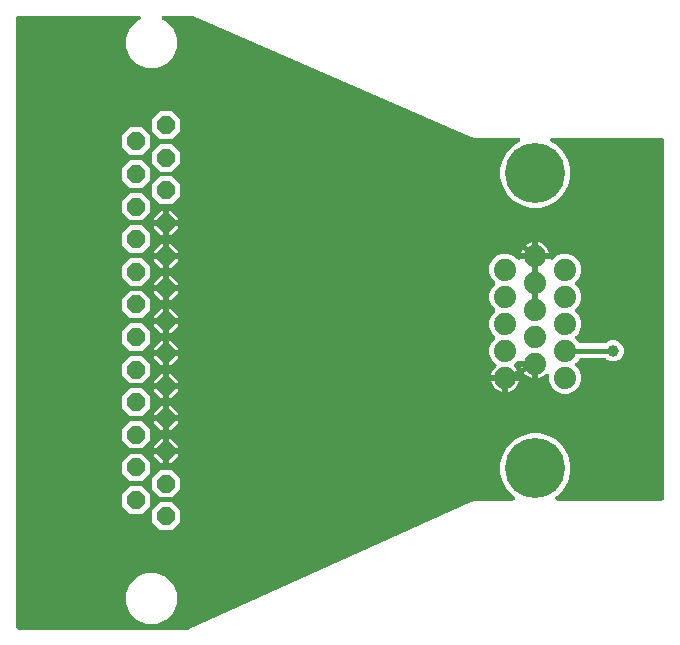
<source format=gbr>
G04 EAGLE Gerber RS-274X export*
G75*
%MOMM*%
%FSLAX34Y34*%
%LPD*%
%INBottom Copper*%
%IPPOS*%
%AMOC8*
5,1,8,0,0,1.08239X$1,22.5*%
G01*
%ADD10P,1.649562X8X112.500000*%
%ADD11C,1.879600*%
%ADD12C,5.080000*%
%ADD13C,1.006400*%
%ADD14C,0.406400*%

G36*
X150929Y474987D02*
X150929Y474987D01*
X150993Y474985D01*
X151129Y475007D01*
X151266Y475021D01*
X151327Y475039D01*
X151391Y475050D01*
X151570Y475114D01*
X151651Y475139D01*
X151673Y475151D01*
X151703Y475161D01*
X390422Y583213D01*
X390425Y583214D01*
X390591Y583311D01*
X390720Y583385D01*
X391650Y583770D01*
X391675Y583784D01*
X391710Y583796D01*
X392604Y584201D01*
X393585Y584201D01*
X393614Y584204D01*
X393651Y584202D01*
X394642Y584234D01*
X394665Y584228D01*
X394667Y584228D01*
X394668Y584227D01*
X394681Y584226D01*
X394995Y584201D01*
X425447Y584201D01*
X425520Y584208D01*
X425593Y584206D01*
X425720Y584228D01*
X425847Y584241D01*
X425917Y584262D01*
X425990Y584275D01*
X426110Y584321D01*
X426232Y584359D01*
X426297Y584394D01*
X426365Y584420D01*
X426474Y584489D01*
X426586Y584551D01*
X426643Y584597D01*
X426705Y584637D01*
X426797Y584726D01*
X426896Y584808D01*
X426941Y584865D01*
X426994Y584916D01*
X427068Y585022D01*
X427148Y585122D01*
X427182Y585187D01*
X427223Y585247D01*
X427274Y585366D01*
X427333Y585479D01*
X427354Y585550D01*
X427383Y585617D01*
X427409Y585743D01*
X427445Y585866D01*
X427451Y585939D01*
X427466Y586011D01*
X427467Y586140D01*
X427478Y586268D01*
X427469Y586340D01*
X427470Y586414D01*
X427446Y586540D01*
X427431Y586667D01*
X427408Y586737D01*
X427394Y586809D01*
X427346Y586928D01*
X427306Y587050D01*
X427270Y587114D01*
X427242Y587182D01*
X427171Y587289D01*
X427108Y587401D01*
X427060Y587456D01*
X427020Y587517D01*
X426929Y587608D01*
X426845Y587705D01*
X426787Y587750D01*
X426735Y587802D01*
X426596Y587899D01*
X426527Y587952D01*
X426497Y587967D01*
X426462Y587991D01*
X426408Y588022D01*
X420922Y593508D01*
X417043Y600227D01*
X415035Y607721D01*
X415035Y615479D01*
X417043Y622973D01*
X420922Y629692D01*
X426408Y635178D01*
X433127Y639057D01*
X440621Y641065D01*
X448379Y641065D01*
X455873Y639057D01*
X462592Y635178D01*
X468078Y629692D01*
X471957Y622973D01*
X473965Y615479D01*
X473965Y607721D01*
X471957Y600227D01*
X468078Y593508D01*
X462592Y588022D01*
X462538Y587991D01*
X462478Y587948D01*
X462414Y587913D01*
X462315Y587831D01*
X462211Y587756D01*
X462161Y587703D01*
X462104Y587656D01*
X462024Y587556D01*
X461936Y587462D01*
X461898Y587399D01*
X461852Y587342D01*
X461793Y587228D01*
X461726Y587119D01*
X461700Y587050D01*
X461667Y586985D01*
X461631Y586861D01*
X461587Y586741D01*
X461575Y586668D01*
X461555Y586598D01*
X461545Y586470D01*
X461525Y586343D01*
X461528Y586270D01*
X461522Y586196D01*
X461537Y586069D01*
X461543Y585941D01*
X461561Y585869D01*
X461569Y585797D01*
X461609Y585675D01*
X461640Y585550D01*
X461671Y585484D01*
X461694Y585414D01*
X461757Y585302D01*
X461812Y585186D01*
X461856Y585127D01*
X461892Y585063D01*
X461976Y584966D01*
X462053Y584863D01*
X462107Y584814D01*
X462155Y584758D01*
X462256Y584680D01*
X462352Y584594D01*
X462415Y584557D01*
X462473Y584512D01*
X462588Y584455D01*
X462699Y584389D01*
X462768Y584365D01*
X462834Y584332D01*
X462958Y584299D01*
X463079Y584257D01*
X463152Y584247D01*
X463223Y584228D01*
X463392Y584214D01*
X463478Y584202D01*
X463511Y584204D01*
X463553Y584201D01*
X551488Y584201D01*
X551506Y584203D01*
X551524Y584201D01*
X551706Y584222D01*
X551889Y584241D01*
X551906Y584246D01*
X551923Y584248D01*
X552098Y584305D01*
X552274Y584359D01*
X552289Y584367D01*
X552306Y584373D01*
X552466Y584463D01*
X552628Y584551D01*
X552641Y584562D01*
X552657Y584571D01*
X552796Y584691D01*
X552937Y584808D01*
X552948Y584822D01*
X552962Y584834D01*
X553074Y584979D01*
X553189Y585122D01*
X553197Y585138D01*
X553208Y585152D01*
X553290Y585317D01*
X553375Y585479D01*
X553380Y585496D01*
X553388Y585512D01*
X553435Y585691D01*
X553486Y585866D01*
X553488Y585884D01*
X553492Y585901D01*
X553519Y586232D01*
X553519Y889508D01*
X553517Y889526D01*
X553519Y889544D01*
X553498Y889726D01*
X553479Y889909D01*
X553474Y889926D01*
X553472Y889943D01*
X553415Y890117D01*
X553361Y890294D01*
X553353Y890309D01*
X553347Y890326D01*
X553257Y890486D01*
X553169Y890648D01*
X553158Y890661D01*
X553149Y890677D01*
X553029Y890816D01*
X552912Y890957D01*
X552898Y890968D01*
X552886Y890982D01*
X552741Y891094D01*
X552598Y891209D01*
X552582Y891217D01*
X552568Y891228D01*
X552403Y891310D01*
X552241Y891395D01*
X552224Y891400D01*
X552208Y891408D01*
X552029Y891455D01*
X551854Y891506D01*
X551836Y891508D01*
X551819Y891512D01*
X551488Y891539D01*
X459154Y891539D01*
X459081Y891532D01*
X459008Y891534D01*
X458881Y891512D01*
X458753Y891499D01*
X458683Y891478D01*
X458611Y891465D01*
X458491Y891419D01*
X458368Y891381D01*
X458304Y891346D01*
X458236Y891320D01*
X458127Y891251D01*
X458014Y891189D01*
X457958Y891143D01*
X457896Y891103D01*
X457804Y891014D01*
X457705Y890932D01*
X457659Y890875D01*
X457606Y890824D01*
X457533Y890718D01*
X457453Y890618D01*
X457419Y890553D01*
X457377Y890493D01*
X457326Y890375D01*
X457267Y890261D01*
X457247Y890190D01*
X457218Y890123D01*
X457191Y889997D01*
X457156Y889874D01*
X457150Y889801D01*
X457135Y889729D01*
X457133Y889601D01*
X457123Y889472D01*
X457131Y889400D01*
X457131Y889326D01*
X457155Y889200D01*
X457170Y889073D01*
X457192Y889003D01*
X457206Y888931D01*
X457255Y888812D01*
X457295Y888690D01*
X457331Y888626D01*
X457358Y888558D01*
X457429Y888451D01*
X457493Y888339D01*
X457540Y888284D01*
X457581Y888223D01*
X457672Y888132D01*
X457756Y888035D01*
X457814Y887990D01*
X457865Y887938D01*
X458005Y887841D01*
X458074Y887788D01*
X458103Y887773D01*
X458138Y887749D01*
X462592Y885178D01*
X468078Y879692D01*
X471957Y872973D01*
X473965Y865479D01*
X473965Y857721D01*
X471957Y850227D01*
X468078Y843508D01*
X462592Y838022D01*
X455873Y834143D01*
X448379Y832135D01*
X440621Y832135D01*
X433127Y834143D01*
X426408Y838022D01*
X420922Y843508D01*
X417043Y850227D01*
X415035Y857721D01*
X415035Y865479D01*
X417043Y872973D01*
X420922Y879692D01*
X426408Y885178D01*
X430862Y887749D01*
X430921Y887792D01*
X430986Y887827D01*
X431084Y887909D01*
X431189Y887984D01*
X431239Y888037D01*
X431295Y888084D01*
X431375Y888184D01*
X431463Y888279D01*
X431501Y888341D01*
X431547Y888398D01*
X431606Y888512D01*
X431674Y888622D01*
X431699Y888690D01*
X431733Y888755D01*
X431768Y888879D01*
X431813Y888999D01*
X431824Y889072D01*
X431844Y889142D01*
X431855Y889271D01*
X431874Y889397D01*
X431871Y889470D01*
X431877Y889544D01*
X431862Y889671D01*
X431856Y889800D01*
X431839Y889871D01*
X431830Y889943D01*
X431790Y890066D01*
X431759Y890190D01*
X431728Y890256D01*
X431705Y890326D01*
X431642Y890438D01*
X431587Y890554D01*
X431543Y890613D01*
X431507Y890677D01*
X431424Y890774D01*
X431347Y890877D01*
X431292Y890926D01*
X431244Y890982D01*
X431143Y891060D01*
X431047Y891146D01*
X430984Y891183D01*
X430926Y891228D01*
X430811Y891286D01*
X430700Y891351D01*
X430631Y891375D01*
X430566Y891408D01*
X430441Y891441D01*
X430320Y891483D01*
X430248Y891493D01*
X430177Y891512D01*
X430008Y891526D01*
X429921Y891538D01*
X429888Y891536D01*
X429846Y891539D01*
X395052Y891539D01*
X395038Y891538D01*
X395024Y891539D01*
X394846Y891519D01*
X393674Y891539D01*
X393658Y891538D01*
X393639Y891539D01*
X392644Y891539D01*
X391731Y891936D01*
X391716Y891941D01*
X391699Y891950D01*
X390649Y892384D01*
X390436Y892498D01*
X155031Y994751D01*
X154985Y994766D01*
X154942Y994788D01*
X154794Y994827D01*
X154648Y994874D01*
X154600Y994880D01*
X154553Y994892D01*
X154312Y994912D01*
X154248Y994919D01*
X154236Y994918D01*
X154222Y994919D01*
X130206Y994919D01*
X130201Y994919D01*
X130197Y994919D01*
X130003Y994899D01*
X129805Y994879D01*
X129801Y994878D01*
X129797Y994878D01*
X129610Y994819D01*
X129420Y994761D01*
X129416Y994759D01*
X129412Y994758D01*
X129239Y994663D01*
X129066Y994569D01*
X129063Y994567D01*
X129059Y994564D01*
X128906Y994436D01*
X128757Y994312D01*
X128754Y994308D01*
X128751Y994305D01*
X128628Y994151D01*
X128505Y993998D01*
X128503Y993994D01*
X128500Y993991D01*
X128410Y993816D01*
X128319Y993641D01*
X128318Y993636D01*
X128316Y993632D01*
X128263Y993445D01*
X128208Y993254D01*
X128207Y993249D01*
X128206Y993245D01*
X128191Y993052D01*
X128175Y992852D01*
X128175Y992848D01*
X128175Y992844D01*
X128199Y992650D01*
X128222Y992453D01*
X128223Y992448D01*
X128224Y992444D01*
X128285Y992259D01*
X128347Y992070D01*
X128349Y992066D01*
X128350Y992062D01*
X128448Y991890D01*
X128545Y991719D01*
X128547Y991716D01*
X128550Y991712D01*
X128681Y991561D01*
X128808Y991415D01*
X128811Y991412D01*
X128814Y991408D01*
X128971Y991288D01*
X129126Y991168D01*
X129130Y991166D01*
X129133Y991163D01*
X129429Y991011D01*
X131610Y990108D01*
X137684Y984034D01*
X140971Y976099D01*
X140971Y967509D01*
X137684Y959574D01*
X131610Y953500D01*
X128390Y952166D01*
X123675Y950213D01*
X115085Y950213D01*
X107150Y953500D01*
X101076Y959574D01*
X97789Y967509D01*
X97789Y976099D01*
X101076Y984034D01*
X107150Y990108D01*
X109331Y991011D01*
X109335Y991013D01*
X109340Y991015D01*
X109512Y991108D01*
X109686Y991202D01*
X109690Y991204D01*
X109694Y991207D01*
X109842Y991331D01*
X109997Y991458D01*
X110000Y991461D01*
X110003Y991464D01*
X110126Y991617D01*
X110250Y991771D01*
X110252Y991775D01*
X110255Y991778D01*
X110345Y991951D01*
X110437Y992127D01*
X110439Y992131D01*
X110441Y992135D01*
X110495Y992324D01*
X110551Y992514D01*
X110551Y992518D01*
X110552Y992522D01*
X110568Y992720D01*
X110585Y992915D01*
X110585Y992919D01*
X110585Y992924D01*
X110562Y993118D01*
X110540Y993315D01*
X110539Y993319D01*
X110538Y993323D01*
X110478Y993509D01*
X110417Y993698D01*
X110415Y993702D01*
X110413Y993706D01*
X110316Y993879D01*
X110220Y994050D01*
X110218Y994053D01*
X110215Y994057D01*
X110087Y994206D01*
X109959Y994355D01*
X109955Y994358D01*
X109952Y994362D01*
X109798Y994482D01*
X109642Y994604D01*
X109638Y994606D01*
X109634Y994608D01*
X109456Y994697D01*
X109282Y994784D01*
X109278Y994786D01*
X109274Y994788D01*
X109082Y994839D01*
X108894Y994891D01*
X108889Y994891D01*
X108885Y994892D01*
X108554Y994919D01*
X7112Y994919D01*
X7094Y994917D01*
X7076Y994919D01*
X6894Y994898D01*
X6711Y994879D01*
X6694Y994874D01*
X6677Y994872D01*
X6502Y994815D01*
X6326Y994761D01*
X6311Y994753D01*
X6294Y994747D01*
X6134Y994657D01*
X5972Y994569D01*
X5959Y994558D01*
X5943Y994549D01*
X5804Y994429D01*
X5663Y994312D01*
X5652Y994298D01*
X5638Y994286D01*
X5526Y994141D01*
X5411Y993998D01*
X5403Y993982D01*
X5392Y993968D01*
X5310Y993803D01*
X5225Y993641D01*
X5220Y993624D01*
X5212Y993608D01*
X5165Y993429D01*
X5114Y993254D01*
X5112Y993236D01*
X5108Y993219D01*
X5081Y992888D01*
X5081Y477012D01*
X5083Y476994D01*
X5081Y476976D01*
X5102Y476794D01*
X5121Y476611D01*
X5126Y476594D01*
X5128Y476577D01*
X5185Y476402D01*
X5239Y476226D01*
X5247Y476211D01*
X5253Y476194D01*
X5343Y476034D01*
X5431Y475872D01*
X5442Y475859D01*
X5451Y475843D01*
X5571Y475704D01*
X5688Y475563D01*
X5702Y475552D01*
X5714Y475538D01*
X5859Y475426D01*
X6002Y475311D01*
X6018Y475303D01*
X6032Y475292D01*
X6197Y475210D01*
X6359Y475125D01*
X6376Y475120D01*
X6392Y475112D01*
X6571Y475065D01*
X6746Y475014D01*
X6764Y475012D01*
X6781Y475008D01*
X7112Y474981D01*
X150865Y474981D01*
X150929Y474987D01*
G37*
%LPC*%
G36*
X467222Y674737D02*
X467222Y674737D01*
X462274Y676787D01*
X458487Y680574D01*
X456437Y685522D01*
X456437Y689750D01*
X456436Y689758D01*
X456437Y689767D01*
X456416Y689960D01*
X456397Y690150D01*
X456395Y690159D01*
X456394Y690168D01*
X456336Y690351D01*
X456279Y690535D01*
X456275Y690543D01*
X456272Y690551D01*
X456179Y690721D01*
X456087Y690889D01*
X456082Y690896D01*
X456077Y690904D01*
X455952Y691052D01*
X455830Y691198D01*
X455823Y691204D01*
X455817Y691211D01*
X455665Y691330D01*
X455516Y691451D01*
X455508Y691455D01*
X455501Y691460D01*
X455329Y691548D01*
X455159Y691636D01*
X455150Y691639D01*
X455142Y691643D01*
X454957Y691694D01*
X454772Y691748D01*
X454763Y691748D01*
X454754Y691751D01*
X454562Y691765D01*
X454370Y691780D01*
X454362Y691779D01*
X454353Y691780D01*
X454161Y691756D01*
X453971Y691734D01*
X453962Y691731D01*
X453953Y691730D01*
X453771Y691668D01*
X453588Y691609D01*
X453580Y691604D01*
X453572Y691601D01*
X453404Y691505D01*
X453237Y691411D01*
X453230Y691405D01*
X453223Y691400D01*
X452970Y691186D01*
X452278Y690494D01*
X450757Y689389D01*
X449083Y688536D01*
X447296Y687955D01*
X447039Y687915D01*
X447039Y699092D01*
X447037Y699110D01*
X447039Y699127D01*
X447018Y699308D01*
X446999Y699492D01*
X446994Y699509D01*
X446992Y699527D01*
X446935Y699702D01*
X446881Y699877D01*
X446873Y699893D01*
X446867Y699910D01*
X446777Y700070D01*
X446689Y700231D01*
X446678Y700245D01*
X446669Y700261D01*
X446549Y700400D01*
X446432Y700541D01*
X446418Y700552D01*
X446406Y700565D01*
X446261Y700678D01*
X446118Y700793D01*
X446102Y700801D01*
X446088Y700812D01*
X445923Y700894D01*
X445847Y700934D01*
X445761Y701086D01*
X445673Y701248D01*
X445662Y701261D01*
X445653Y701277D01*
X445533Y701416D01*
X445415Y701557D01*
X445402Y701568D01*
X445390Y701582D01*
X445245Y701694D01*
X445102Y701809D01*
X445086Y701817D01*
X445072Y701828D01*
X444907Y701910D01*
X444744Y701995D01*
X444727Y702000D01*
X444711Y702008D01*
X444533Y702055D01*
X444358Y702106D01*
X444340Y702108D01*
X444323Y702112D01*
X443992Y702139D01*
X431865Y702139D01*
X431790Y702198D01*
X431640Y702319D01*
X431632Y702323D01*
X431625Y702329D01*
X431453Y702416D01*
X431283Y702505D01*
X431274Y702507D01*
X431266Y702511D01*
X431080Y702563D01*
X430896Y702616D01*
X430887Y702617D01*
X430878Y702619D01*
X430685Y702634D01*
X430495Y702649D01*
X430486Y702648D01*
X430477Y702649D01*
X430285Y702625D01*
X430095Y702602D01*
X430086Y702600D01*
X430077Y702598D01*
X429895Y702537D01*
X429712Y702477D01*
X429704Y702473D01*
X429696Y702470D01*
X429528Y702373D01*
X429361Y702280D01*
X429355Y702274D01*
X429347Y702269D01*
X429094Y702055D01*
X427048Y700009D01*
X427037Y699995D01*
X427023Y699983D01*
X426909Y699839D01*
X426793Y699697D01*
X426784Y699681D01*
X426773Y699667D01*
X426690Y699504D01*
X426604Y699341D01*
X426599Y699324D01*
X426591Y699308D01*
X426542Y699131D01*
X426489Y698956D01*
X426488Y698938D01*
X426483Y698921D01*
X426470Y698737D01*
X426453Y698555D01*
X426455Y698537D01*
X426454Y698519D01*
X426477Y698337D01*
X426496Y698154D01*
X426502Y698137D01*
X426504Y698120D01*
X426562Y697946D01*
X426618Y697770D01*
X426627Y697755D01*
X426632Y697738D01*
X426724Y697579D01*
X426813Y697418D01*
X426824Y697405D01*
X426833Y697389D01*
X427048Y697136D01*
X428206Y695978D01*
X429311Y694457D01*
X429481Y694123D01*
X429504Y694087D01*
X429521Y694049D01*
X429612Y693919D01*
X429699Y693784D01*
X429728Y693754D01*
X429752Y693719D01*
X429868Y693610D01*
X429979Y693495D01*
X430013Y693471D01*
X430044Y693442D01*
X430179Y693357D01*
X430310Y693267D01*
X430340Y693254D01*
X430339Y693250D01*
X430316Y693093D01*
X430286Y692936D01*
X430286Y692894D01*
X430280Y692852D01*
X430288Y692693D01*
X430290Y692533D01*
X430299Y692492D01*
X430301Y692450D01*
X430364Y692182D01*
X430373Y692140D01*
X430376Y692133D01*
X430377Y692127D01*
X430745Y690996D01*
X430785Y690739D01*
X419608Y690739D01*
X419590Y690737D01*
X419573Y690739D01*
X419390Y690718D01*
X419208Y690699D01*
X419191Y690694D01*
X419173Y690692D01*
X419095Y690667D01*
X418958Y690706D01*
X418940Y690708D01*
X418923Y690712D01*
X418592Y690739D01*
X407415Y690739D01*
X407455Y690996D01*
X408036Y692783D01*
X408889Y694457D01*
X409994Y695978D01*
X411152Y697136D01*
X411164Y697150D01*
X411177Y697161D01*
X411291Y697305D01*
X411407Y697448D01*
X411416Y697463D01*
X411427Y697477D01*
X411510Y697641D01*
X411596Y697803D01*
X411601Y697820D01*
X411609Y697836D01*
X411658Y698013D01*
X411711Y698189D01*
X411712Y698207D01*
X411717Y698224D01*
X411730Y698407D01*
X411747Y698590D01*
X411745Y698608D01*
X411746Y698626D01*
X411723Y698808D01*
X411704Y698990D01*
X411698Y699007D01*
X411696Y699025D01*
X411638Y699199D01*
X411582Y699374D01*
X411573Y699390D01*
X411568Y699407D01*
X411476Y699566D01*
X411387Y699727D01*
X411376Y699740D01*
X411367Y699756D01*
X411152Y700009D01*
X407687Y703474D01*
X405637Y708422D01*
X405637Y713778D01*
X407687Y718726D01*
X410075Y721114D01*
X410086Y721128D01*
X410099Y721139D01*
X410213Y721283D01*
X410330Y721425D01*
X410338Y721441D01*
X410349Y721455D01*
X410433Y721619D01*
X410518Y721781D01*
X410523Y721798D01*
X410531Y721814D01*
X410581Y721991D01*
X410633Y722167D01*
X410635Y722185D01*
X410639Y722202D01*
X410653Y722385D01*
X410669Y722568D01*
X410667Y722586D01*
X410669Y722603D01*
X410646Y722785D01*
X410626Y722968D01*
X410621Y722985D01*
X410618Y723003D01*
X410560Y723177D01*
X410504Y723352D01*
X410496Y723368D01*
X410490Y723384D01*
X410399Y723543D01*
X410310Y723704D01*
X410298Y723718D01*
X410289Y723733D01*
X410075Y723986D01*
X407687Y726374D01*
X405637Y731322D01*
X405637Y736678D01*
X407687Y741626D01*
X410075Y744014D01*
X410086Y744028D01*
X410099Y744039D01*
X410212Y744182D01*
X410330Y744325D01*
X410338Y744341D01*
X410349Y744355D01*
X410433Y744519D01*
X410518Y744681D01*
X410523Y744698D01*
X410531Y744714D01*
X410581Y744891D01*
X410633Y745067D01*
X410635Y745085D01*
X410639Y745102D01*
X410653Y745285D01*
X410669Y745468D01*
X410667Y745486D01*
X410669Y745503D01*
X410646Y745685D01*
X410626Y745868D01*
X410621Y745885D01*
X410618Y745903D01*
X410560Y746077D01*
X410504Y746252D01*
X410496Y746268D01*
X410490Y746284D01*
X410399Y746443D01*
X410310Y746604D01*
X410298Y746618D01*
X410289Y746633D01*
X410075Y746886D01*
X407687Y749274D01*
X405637Y754222D01*
X405637Y759578D01*
X407687Y764526D01*
X410075Y766914D01*
X410086Y766928D01*
X410099Y766939D01*
X410213Y767083D01*
X410330Y767225D01*
X410338Y767241D01*
X410349Y767255D01*
X410433Y767419D01*
X410518Y767581D01*
X410523Y767598D01*
X410531Y767614D01*
X410581Y767791D01*
X410633Y767967D01*
X410635Y767985D01*
X410639Y768002D01*
X410653Y768185D01*
X410669Y768368D01*
X410667Y768386D01*
X410669Y768403D01*
X410646Y768585D01*
X410626Y768768D01*
X410621Y768785D01*
X410618Y768803D01*
X410560Y768977D01*
X410504Y769152D01*
X410496Y769168D01*
X410490Y769184D01*
X410399Y769343D01*
X410310Y769504D01*
X410298Y769518D01*
X410289Y769533D01*
X410075Y769786D01*
X407687Y772174D01*
X405637Y777122D01*
X405637Y782478D01*
X407687Y787426D01*
X411474Y791213D01*
X413407Y792014D01*
X416422Y793263D01*
X421778Y793263D01*
X426726Y791213D01*
X429094Y788845D01*
X429101Y788840D01*
X429106Y788833D01*
X429256Y788713D01*
X429405Y788590D01*
X429413Y788586D01*
X429420Y788581D01*
X429590Y788492D01*
X429761Y788402D01*
X429770Y788399D01*
X429777Y788395D01*
X429962Y788342D01*
X430147Y788287D01*
X430156Y788286D01*
X430164Y788284D01*
X430355Y788268D01*
X430548Y788251D01*
X430557Y788252D01*
X430566Y788251D01*
X430755Y788273D01*
X430948Y788294D01*
X430957Y788297D01*
X430965Y788298D01*
X431147Y788357D01*
X431332Y788415D01*
X431340Y788420D01*
X431348Y788423D01*
X431517Y788518D01*
X431684Y788610D01*
X431691Y788616D01*
X431699Y788620D01*
X431745Y788661D01*
X441961Y788661D01*
X441961Y768808D01*
X441962Y768790D01*
X441961Y768773D01*
X441982Y768590D01*
X442001Y768408D01*
X442006Y768391D01*
X442008Y768373D01*
X442033Y768295D01*
X441994Y768158D01*
X441992Y768140D01*
X441988Y768123D01*
X441961Y767792D01*
X441961Y745908D01*
X441962Y745890D01*
X441961Y745873D01*
X441982Y745690D01*
X442001Y745508D01*
X442006Y745491D01*
X442008Y745473D01*
X442065Y745298D01*
X442119Y745123D01*
X442127Y745107D01*
X442133Y745090D01*
X442223Y744930D01*
X442310Y744769D01*
X442322Y744755D01*
X442331Y744739D01*
X442451Y744600D01*
X442568Y744459D01*
X442582Y744448D01*
X442594Y744435D01*
X442739Y744322D01*
X442882Y744207D01*
X442898Y744199D01*
X442912Y744188D01*
X443077Y744106D01*
X443239Y744022D01*
X443256Y744017D01*
X443272Y744009D01*
X443451Y743961D01*
X443626Y743910D01*
X443644Y743909D01*
X443661Y743904D01*
X443992Y743877D01*
X445008Y743877D01*
X445026Y743879D01*
X445044Y743877D01*
X445226Y743899D01*
X445409Y743917D01*
X445426Y743922D01*
X445443Y743924D01*
X445618Y743981D01*
X445794Y744035D01*
X445809Y744043D01*
X445826Y744049D01*
X445986Y744139D01*
X446148Y744227D01*
X446161Y744238D01*
X446177Y744247D01*
X446316Y744367D01*
X446457Y744485D01*
X446468Y744498D01*
X446482Y744510D01*
X446594Y744655D01*
X446709Y744798D01*
X446717Y744814D01*
X446728Y744828D01*
X446810Y744993D01*
X446895Y745156D01*
X446900Y745173D01*
X446908Y745189D01*
X446955Y745367D01*
X447006Y745542D01*
X447008Y745560D01*
X447012Y745577D01*
X447039Y745908D01*
X447039Y767792D01*
X447037Y767810D01*
X447039Y767827D01*
X447018Y768010D01*
X446999Y768192D01*
X446994Y768209D01*
X446992Y768227D01*
X446967Y768305D01*
X447006Y768442D01*
X447008Y768460D01*
X447012Y768477D01*
X447039Y768808D01*
X447039Y788661D01*
X457260Y788661D01*
X457360Y788581D01*
X457368Y788576D01*
X457375Y788571D01*
X457548Y788483D01*
X457717Y788395D01*
X457726Y788393D01*
X457734Y788389D01*
X457920Y788337D01*
X458104Y788284D01*
X458113Y788283D01*
X458122Y788281D01*
X458315Y788266D01*
X458506Y788251D01*
X458514Y788252D01*
X458523Y788251D01*
X458716Y788276D01*
X458905Y788298D01*
X458914Y788300D01*
X458923Y788302D01*
X459106Y788363D01*
X459288Y788423D01*
X459296Y788427D01*
X459304Y788430D01*
X459470Y788525D01*
X459639Y788620D01*
X459646Y788626D01*
X459653Y788631D01*
X459906Y788845D01*
X462274Y791213D01*
X464207Y792014D01*
X467222Y793263D01*
X472578Y793263D01*
X477526Y791213D01*
X481313Y787426D01*
X483363Y782478D01*
X483363Y777122D01*
X481313Y772174D01*
X478925Y769786D01*
X478914Y769773D01*
X478901Y769761D01*
X478787Y769617D01*
X478670Y769475D01*
X478662Y769459D01*
X478651Y769445D01*
X478568Y769281D01*
X478482Y769119D01*
X478477Y769102D01*
X478469Y769086D01*
X478419Y768909D01*
X478367Y768733D01*
X478365Y768715D01*
X478361Y768698D01*
X478347Y768515D01*
X478331Y768332D01*
X478333Y768314D01*
X478331Y768297D01*
X478354Y768115D01*
X478374Y767932D01*
X478379Y767915D01*
X478382Y767897D01*
X478440Y767724D01*
X478496Y767548D01*
X478504Y767532D01*
X478510Y767516D01*
X478602Y767356D01*
X478690Y767196D01*
X478702Y767182D01*
X478711Y767167D01*
X478925Y766914D01*
X481313Y764526D01*
X483363Y759578D01*
X483363Y754222D01*
X481313Y749274D01*
X478925Y746886D01*
X478914Y746873D01*
X478901Y746861D01*
X478787Y746717D01*
X478670Y746575D01*
X478662Y746559D01*
X478651Y746545D01*
X478568Y746381D01*
X478482Y746219D01*
X478477Y746202D01*
X478469Y746186D01*
X478419Y746009D01*
X478367Y745833D01*
X478365Y745815D01*
X478361Y745798D01*
X478347Y745615D01*
X478331Y745432D01*
X478333Y745414D01*
X478331Y745397D01*
X478354Y745215D01*
X478374Y745032D01*
X478379Y745015D01*
X478382Y744997D01*
X478440Y744824D01*
X478496Y744648D01*
X478504Y744632D01*
X478510Y744616D01*
X478602Y744456D01*
X478690Y744296D01*
X478702Y744282D01*
X478711Y744267D01*
X478925Y744014D01*
X481313Y741626D01*
X483363Y736678D01*
X483363Y731322D01*
X481313Y726374D01*
X478925Y723986D01*
X478914Y723973D01*
X478901Y723961D01*
X478787Y723817D01*
X478670Y723675D01*
X478662Y723659D01*
X478651Y723645D01*
X478568Y723481D01*
X478482Y723319D01*
X478477Y723302D01*
X478469Y723286D01*
X478419Y723109D01*
X478367Y722933D01*
X478365Y722915D01*
X478361Y722898D01*
X478347Y722715D01*
X478331Y722532D01*
X478333Y722514D01*
X478331Y722497D01*
X478354Y722315D01*
X478374Y722132D01*
X478379Y722115D01*
X478382Y722097D01*
X478440Y721924D01*
X478496Y721748D01*
X478504Y721732D01*
X478510Y721716D01*
X478602Y721556D01*
X478690Y721396D01*
X478702Y721382D01*
X478711Y721367D01*
X478925Y721114D01*
X481313Y718726D01*
X481386Y718551D01*
X481396Y718531D01*
X481403Y718510D01*
X481491Y718354D01*
X481576Y718196D01*
X481590Y718179D01*
X481601Y718159D01*
X481718Y718023D01*
X481832Y717885D01*
X481850Y717871D01*
X481864Y717854D01*
X482005Y717745D01*
X482145Y717632D01*
X482165Y717621D01*
X482182Y717608D01*
X482343Y717528D01*
X482502Y717445D01*
X482523Y717438D01*
X482543Y717428D01*
X482716Y717382D01*
X482888Y717332D01*
X482910Y717330D01*
X482932Y717324D01*
X483262Y717297D01*
X502931Y717297D01*
X502957Y717299D01*
X502984Y717297D01*
X503158Y717319D01*
X503331Y717337D01*
X503357Y717344D01*
X503383Y717348D01*
X503549Y717403D01*
X503716Y717455D01*
X503740Y717468D01*
X503765Y717476D01*
X503917Y717563D01*
X504070Y717647D01*
X504091Y717664D01*
X504114Y717677D01*
X504367Y717892D01*
X505387Y718912D01*
X508730Y720297D01*
X512350Y720297D01*
X515693Y718912D01*
X518252Y716353D01*
X519637Y713010D01*
X519637Y709390D01*
X518252Y706047D01*
X515693Y703488D01*
X512350Y702103D01*
X508730Y702103D01*
X505387Y703488D01*
X504367Y704508D01*
X504346Y704525D01*
X504329Y704546D01*
X504191Y704653D01*
X504055Y704763D01*
X504032Y704776D01*
X504011Y704792D01*
X503854Y704870D01*
X503700Y704952D01*
X503674Y704960D01*
X503650Y704972D01*
X503481Y705017D01*
X503314Y705067D01*
X503287Y705069D01*
X503261Y705076D01*
X502931Y705103D01*
X483345Y705103D01*
X483323Y705101D01*
X483301Y705103D01*
X483123Y705081D01*
X482945Y705063D01*
X482923Y705057D01*
X482901Y705054D01*
X482731Y704998D01*
X482560Y704945D01*
X482540Y704935D01*
X482519Y704928D01*
X482363Y704839D01*
X482206Y704753D01*
X482189Y704739D01*
X482169Y704728D01*
X482034Y704611D01*
X481896Y704496D01*
X481882Y704478D01*
X481866Y704464D01*
X481756Y704322D01*
X481644Y704182D01*
X481634Y704162D01*
X481620Y704144D01*
X481469Y703849D01*
X481313Y703474D01*
X478925Y701086D01*
X478914Y701073D01*
X478901Y701061D01*
X478787Y700917D01*
X478670Y700775D01*
X478662Y700759D01*
X478651Y700745D01*
X478568Y700581D01*
X478482Y700419D01*
X478477Y700402D01*
X478469Y700386D01*
X478419Y700209D01*
X478367Y700033D01*
X478365Y700015D01*
X478361Y699998D01*
X478347Y699815D01*
X478331Y699632D01*
X478333Y699614D01*
X478331Y699597D01*
X478354Y699415D01*
X478374Y699232D01*
X478379Y699215D01*
X478382Y699197D01*
X478440Y699024D01*
X478496Y698848D01*
X478504Y698832D01*
X478510Y698816D01*
X478602Y698656D01*
X478690Y698496D01*
X478702Y698482D01*
X478711Y698467D01*
X478925Y698214D01*
X481313Y695826D01*
X483363Y690878D01*
X483363Y685522D01*
X481313Y680574D01*
X477526Y676787D01*
X475425Y675916D01*
X472578Y674737D01*
X467222Y674737D01*
G37*
%LPD*%
%LPC*%
G36*
X115085Y479805D02*
X115085Y479805D01*
X107150Y483092D01*
X101076Y489166D01*
X97789Y497101D01*
X97789Y505691D01*
X101076Y513626D01*
X107150Y519700D01*
X107455Y519826D01*
X112359Y521857D01*
X112359Y521858D01*
X115085Y522987D01*
X123675Y522987D01*
X131610Y519700D01*
X137684Y513626D01*
X140971Y505691D01*
X140971Y497101D01*
X137684Y489166D01*
X131610Y483092D01*
X131261Y482948D01*
X126357Y480916D01*
X123675Y479805D01*
X115085Y479805D01*
G37*
%LPD*%
%LPC*%
G36*
X127240Y862837D02*
X127240Y862837D01*
X120395Y869682D01*
X120395Y879362D01*
X127240Y886207D01*
X136920Y886207D01*
X143765Y879362D01*
X143765Y869682D01*
X136920Y862837D01*
X127240Y862837D01*
G37*
%LPD*%
%LPC*%
G36*
X101840Y849121D02*
X101840Y849121D01*
X94995Y855966D01*
X94995Y865646D01*
X101840Y872491D01*
X111520Y872491D01*
X118365Y865646D01*
X118365Y855966D01*
X111520Y849121D01*
X101840Y849121D01*
G37*
%LPD*%
%LPC*%
G36*
X127240Y835405D02*
X127240Y835405D01*
X120395Y842250D01*
X120395Y851930D01*
X127240Y858775D01*
X136920Y858775D01*
X143765Y851930D01*
X143765Y842250D01*
X136920Y835405D01*
X127240Y835405D01*
G37*
%LPD*%
%LPC*%
G36*
X101840Y821435D02*
X101840Y821435D01*
X94995Y828280D01*
X94995Y837960D01*
X101840Y844805D01*
X111520Y844805D01*
X118365Y837960D01*
X118365Y828280D01*
X111520Y821435D01*
X101840Y821435D01*
G37*
%LPD*%
%LPC*%
G36*
X127240Y559307D02*
X127240Y559307D01*
X120395Y566152D01*
X120395Y575832D01*
X127240Y582677D01*
X136920Y582677D01*
X143765Y575832D01*
X143765Y566152D01*
X136920Y559307D01*
X127240Y559307D01*
G37*
%LPD*%
%LPC*%
G36*
X101840Y876807D02*
X101840Y876807D01*
X94995Y883652D01*
X94995Y893332D01*
X101840Y900177D01*
X111520Y900177D01*
X118365Y893332D01*
X118365Y883652D01*
X111520Y876807D01*
X101840Y876807D01*
G37*
%LPD*%
%LPC*%
G36*
X101840Y794003D02*
X101840Y794003D01*
X94995Y800848D01*
X94995Y810528D01*
X101840Y817373D01*
X111520Y817373D01*
X118365Y810528D01*
X118365Y800848D01*
X111520Y794003D01*
X101840Y794003D01*
G37*
%LPD*%
%LPC*%
G36*
X101840Y573023D02*
X101840Y573023D01*
X94995Y579868D01*
X94995Y589548D01*
X101840Y596393D01*
X111520Y596393D01*
X118365Y589548D01*
X118365Y579868D01*
X111520Y573023D01*
X101840Y573023D01*
G37*
%LPD*%
%LPC*%
G36*
X127240Y586993D02*
X127240Y586993D01*
X120395Y593838D01*
X120395Y603518D01*
X127240Y610363D01*
X136920Y610363D01*
X143765Y603518D01*
X143765Y593838D01*
X136920Y586993D01*
X127240Y586993D01*
G37*
%LPD*%
%LPC*%
G36*
X101840Y711199D02*
X101840Y711199D01*
X94995Y718044D01*
X94995Y727724D01*
X101840Y734569D01*
X111520Y734569D01*
X118365Y727724D01*
X118365Y718044D01*
X111520Y711199D01*
X101840Y711199D01*
G37*
%LPD*%
%LPC*%
G36*
X101840Y655827D02*
X101840Y655827D01*
X94995Y662672D01*
X94995Y672352D01*
X101840Y679197D01*
X111520Y679197D01*
X118365Y672352D01*
X118365Y662672D01*
X111520Y655827D01*
X101840Y655827D01*
G37*
%LPD*%
%LPC*%
G36*
X101840Y738631D02*
X101840Y738631D01*
X94995Y745476D01*
X94995Y755156D01*
X101840Y762001D01*
X111520Y762001D01*
X118365Y755156D01*
X118365Y745476D01*
X111520Y738631D01*
X101840Y738631D01*
G37*
%LPD*%
%LPC*%
G36*
X101840Y600709D02*
X101840Y600709D01*
X94995Y607554D01*
X94995Y617234D01*
X101840Y624079D01*
X111520Y624079D01*
X118365Y617234D01*
X118365Y607554D01*
X111520Y600709D01*
X101840Y600709D01*
G37*
%LPD*%
%LPC*%
G36*
X127240Y890523D02*
X127240Y890523D01*
X120395Y897368D01*
X120395Y907048D01*
X127240Y913893D01*
X136920Y913893D01*
X143765Y907048D01*
X143765Y897368D01*
X136920Y890523D01*
X127240Y890523D01*
G37*
%LPD*%
%LPC*%
G36*
X101840Y766317D02*
X101840Y766317D01*
X94995Y773162D01*
X94995Y782842D01*
X101840Y789687D01*
X111520Y789687D01*
X118365Y782842D01*
X118365Y773162D01*
X111520Y766317D01*
X101840Y766317D01*
G37*
%LPD*%
%LPC*%
G36*
X101840Y683513D02*
X101840Y683513D01*
X94995Y690358D01*
X94995Y700038D01*
X101840Y706883D01*
X111520Y706883D01*
X118365Y700038D01*
X118365Y690358D01*
X111520Y683513D01*
X101840Y683513D01*
G37*
%LPD*%
%LPC*%
G36*
X101840Y628395D02*
X101840Y628395D01*
X94995Y635240D01*
X94995Y644920D01*
X101840Y651765D01*
X111520Y651765D01*
X118365Y644920D01*
X118365Y635240D01*
X111520Y628395D01*
X101840Y628395D01*
G37*
%LPD*%
%LPC*%
G36*
X441704Y687955D02*
X441704Y687955D01*
X439917Y688536D01*
X438243Y689389D01*
X436722Y690494D01*
X435394Y691822D01*
X434289Y693343D01*
X434119Y693677D01*
X434096Y693713D01*
X434079Y693751D01*
X433988Y693881D01*
X433901Y694016D01*
X433872Y694046D01*
X433848Y694081D01*
X433732Y694190D01*
X433621Y694305D01*
X433587Y694329D01*
X433556Y694358D01*
X433421Y694443D01*
X433290Y694533D01*
X433260Y694546D01*
X433261Y694550D01*
X433284Y694707D01*
X433314Y694864D01*
X433314Y694906D01*
X433320Y694948D01*
X433312Y695107D01*
X433310Y695267D01*
X433301Y695308D01*
X433299Y695350D01*
X433236Y695618D01*
X433227Y695660D01*
X433224Y695667D01*
X433223Y695673D01*
X432855Y696804D01*
X432815Y697061D01*
X441961Y697061D01*
X441961Y687915D01*
X441704Y687955D01*
G37*
%LPD*%
%LPC*%
G36*
X447039Y793739D02*
X447039Y793739D01*
X447039Y802885D01*
X447296Y802845D01*
X449083Y802264D01*
X450757Y801411D01*
X452278Y800306D01*
X453606Y798978D01*
X454711Y797457D01*
X455564Y795783D01*
X456145Y793996D01*
X456185Y793739D01*
X447039Y793739D01*
G37*
%LPD*%
%LPC*%
G36*
X421639Y685661D02*
X421639Y685661D01*
X430785Y685661D01*
X430745Y685404D01*
X430164Y683617D01*
X429311Y681943D01*
X428206Y680422D01*
X426878Y679094D01*
X425357Y677989D01*
X423683Y677136D01*
X421896Y676555D01*
X421639Y676515D01*
X421639Y685661D01*
G37*
%LPD*%
%LPC*%
G36*
X432815Y793739D02*
X432815Y793739D01*
X432855Y793996D01*
X433436Y795783D01*
X434289Y797457D01*
X435394Y798978D01*
X436722Y800306D01*
X438243Y801411D01*
X439917Y802264D01*
X441704Y802845D01*
X441961Y802885D01*
X441961Y793739D01*
X432815Y793739D01*
G37*
%LPD*%
%LPC*%
G36*
X416304Y676555D02*
X416304Y676555D01*
X414517Y677136D01*
X412843Y677989D01*
X411322Y679094D01*
X409994Y680422D01*
X408889Y681943D01*
X408036Y683617D01*
X407455Y685404D01*
X407415Y685661D01*
X416561Y685661D01*
X416561Y676515D01*
X416304Y676555D01*
G37*
%LPD*%
%LPC*%
G36*
X134619Y739139D02*
X134619Y739139D01*
X134619Y746761D01*
X136289Y746761D01*
X142241Y740809D01*
X142241Y739139D01*
X134619Y739139D01*
G37*
%LPD*%
%LPC*%
G36*
X134619Y656335D02*
X134619Y656335D01*
X134619Y663957D01*
X136289Y663957D01*
X142241Y658005D01*
X142241Y656335D01*
X134619Y656335D01*
G37*
%LPD*%
%LPC*%
G36*
X134619Y628649D02*
X134619Y628649D01*
X134619Y636271D01*
X136289Y636271D01*
X142241Y630319D01*
X142241Y628649D01*
X134619Y628649D01*
G37*
%LPD*%
%LPC*%
G36*
X134619Y711453D02*
X134619Y711453D01*
X134619Y719075D01*
X136289Y719075D01*
X142241Y713123D01*
X142241Y711453D01*
X134619Y711453D01*
G37*
%LPD*%
%LPC*%
G36*
X134619Y684021D02*
X134619Y684021D01*
X134619Y691643D01*
X136289Y691643D01*
X142241Y685691D01*
X142241Y684021D01*
X134619Y684021D01*
G37*
%LPD*%
%LPC*%
G36*
X134619Y766825D02*
X134619Y766825D01*
X134619Y774447D01*
X136289Y774447D01*
X142241Y768495D01*
X142241Y766825D01*
X134619Y766825D01*
G37*
%LPD*%
%LPC*%
G36*
X134619Y821943D02*
X134619Y821943D01*
X134619Y829565D01*
X136289Y829565D01*
X142241Y823613D01*
X142241Y821943D01*
X134619Y821943D01*
G37*
%LPD*%
%LPC*%
G36*
X134619Y794257D02*
X134619Y794257D01*
X134619Y801879D01*
X136289Y801879D01*
X142241Y795927D01*
X142241Y794257D01*
X134619Y794257D01*
G37*
%LPD*%
%LPC*%
G36*
X121919Y711453D02*
X121919Y711453D01*
X121919Y713123D01*
X127871Y719075D01*
X129541Y719075D01*
X129541Y711453D01*
X121919Y711453D01*
G37*
%LPD*%
%LPC*%
G36*
X121919Y821943D02*
X121919Y821943D01*
X121919Y823613D01*
X127871Y829565D01*
X129541Y829565D01*
X129541Y821943D01*
X121919Y821943D01*
G37*
%LPD*%
%LPC*%
G36*
X121919Y794257D02*
X121919Y794257D01*
X121919Y795927D01*
X127871Y801879D01*
X129541Y801879D01*
X129541Y794257D01*
X121919Y794257D01*
G37*
%LPD*%
%LPC*%
G36*
X121919Y628649D02*
X121919Y628649D01*
X121919Y630319D01*
X127871Y636271D01*
X129541Y636271D01*
X129541Y628649D01*
X121919Y628649D01*
G37*
%LPD*%
%LPC*%
G36*
X121919Y684021D02*
X121919Y684021D01*
X121919Y685691D01*
X127871Y691643D01*
X129541Y691643D01*
X129541Y684021D01*
X121919Y684021D01*
G37*
%LPD*%
%LPC*%
G36*
X121919Y739139D02*
X121919Y739139D01*
X121919Y740809D01*
X127871Y746761D01*
X129541Y746761D01*
X129541Y739139D01*
X121919Y739139D01*
G37*
%LPD*%
%LPC*%
G36*
X121919Y656335D02*
X121919Y656335D01*
X121919Y658005D01*
X127871Y663957D01*
X129541Y663957D01*
X129541Y656335D01*
X121919Y656335D01*
G37*
%LPD*%
%LPC*%
G36*
X121919Y766825D02*
X121919Y766825D01*
X121919Y768495D01*
X127871Y774447D01*
X129541Y774447D01*
X129541Y766825D01*
X121919Y766825D01*
G37*
%LPD*%
%LPC*%
G36*
X134619Y671321D02*
X134619Y671321D01*
X134619Y678943D01*
X142241Y678943D01*
X142241Y677273D01*
X136289Y671321D01*
X134619Y671321D01*
G37*
%LPD*%
%LPC*%
G36*
X134619Y726439D02*
X134619Y726439D01*
X134619Y734061D01*
X142241Y734061D01*
X142241Y732391D01*
X136289Y726439D01*
X134619Y726439D01*
G37*
%LPD*%
%LPC*%
G36*
X134619Y754125D02*
X134619Y754125D01*
X134619Y761747D01*
X142241Y761747D01*
X142241Y760077D01*
X136289Y754125D01*
X134619Y754125D01*
G37*
%LPD*%
%LPC*%
G36*
X134619Y698753D02*
X134619Y698753D01*
X134619Y706375D01*
X142241Y706375D01*
X142241Y704705D01*
X136289Y698753D01*
X134619Y698753D01*
G37*
%LPD*%
%LPC*%
G36*
X134619Y781557D02*
X134619Y781557D01*
X134619Y789179D01*
X142241Y789179D01*
X142241Y787509D01*
X136289Y781557D01*
X134619Y781557D01*
G37*
%LPD*%
%LPC*%
G36*
X134619Y643635D02*
X134619Y643635D01*
X134619Y651257D01*
X142241Y651257D01*
X142241Y649587D01*
X136289Y643635D01*
X134619Y643635D01*
G37*
%LPD*%
%LPC*%
G36*
X134619Y809243D02*
X134619Y809243D01*
X134619Y816865D01*
X142241Y816865D01*
X142241Y815195D01*
X136289Y809243D01*
X134619Y809243D01*
G37*
%LPD*%
%LPC*%
G36*
X134619Y615949D02*
X134619Y615949D01*
X134619Y623571D01*
X142241Y623571D01*
X142241Y621901D01*
X136289Y615949D01*
X134619Y615949D01*
G37*
%LPD*%
%LPC*%
G36*
X127871Y671321D02*
X127871Y671321D01*
X121919Y677273D01*
X121919Y678943D01*
X129541Y678943D01*
X129541Y671321D01*
X127871Y671321D01*
G37*
%LPD*%
%LPC*%
G36*
X127871Y698753D02*
X127871Y698753D01*
X121919Y704705D01*
X121919Y706375D01*
X129541Y706375D01*
X129541Y698753D01*
X127871Y698753D01*
G37*
%LPD*%
%LPC*%
G36*
X127871Y615949D02*
X127871Y615949D01*
X121919Y621901D01*
X121919Y623571D01*
X129541Y623571D01*
X129541Y615949D01*
X127871Y615949D01*
G37*
%LPD*%
%LPC*%
G36*
X127871Y781557D02*
X127871Y781557D01*
X121919Y787509D01*
X121919Y789179D01*
X129541Y789179D01*
X129541Y781557D01*
X127871Y781557D01*
G37*
%LPD*%
%LPC*%
G36*
X127871Y809243D02*
X127871Y809243D01*
X121919Y815195D01*
X121919Y816865D01*
X129541Y816865D01*
X129541Y809243D01*
X127871Y809243D01*
G37*
%LPD*%
%LPC*%
G36*
X127871Y643635D02*
X127871Y643635D01*
X121919Y649587D01*
X121919Y651257D01*
X129541Y651257D01*
X129541Y643635D01*
X127871Y643635D01*
G37*
%LPD*%
%LPC*%
G36*
X127871Y754125D02*
X127871Y754125D01*
X121919Y760077D01*
X121919Y761747D01*
X129541Y761747D01*
X129541Y754125D01*
X127871Y754125D01*
G37*
%LPD*%
%LPC*%
G36*
X127871Y726439D02*
X127871Y726439D01*
X121919Y732391D01*
X121919Y734061D01*
X129541Y734061D01*
X129541Y726439D01*
X127871Y726439D01*
G37*
%LPD*%
D10*
X132080Y902208D03*
X132080Y874522D03*
X132080Y847090D03*
X132080Y819404D03*
X132080Y791718D03*
X132080Y764286D03*
X132080Y736600D03*
X132080Y708914D03*
X132080Y681482D03*
X132080Y653796D03*
X132080Y626110D03*
X132080Y598678D03*
X132080Y570992D03*
X106680Y888492D03*
X106680Y860806D03*
X106680Y833120D03*
X106680Y805688D03*
X106680Y778002D03*
X106680Y750316D03*
X106680Y722884D03*
X106680Y695198D03*
X106680Y667512D03*
X106680Y640080D03*
X106680Y612394D03*
X106680Y584708D03*
D11*
X444500Y768300D03*
X444500Y745400D03*
X444500Y722500D03*
X444500Y699600D03*
X469900Y779800D03*
X469900Y756900D03*
X469900Y734000D03*
X469900Y711100D03*
D12*
X444500Y861600D03*
X444500Y611600D03*
D11*
X444500Y791200D03*
X469900Y688200D03*
X419100Y779800D03*
X419100Y756900D03*
X419100Y734000D03*
X419100Y711100D03*
X419100Y688200D03*
D13*
X381000Y703580D03*
D14*
X381000Y688340D01*
D13*
X381000Y670560D03*
D14*
X381000Y688340D01*
D13*
X381000Y736600D03*
D14*
X381000Y703580D01*
X444500Y768300D02*
X444500Y791200D01*
X444500Y768300D02*
X444500Y745400D01*
X444500Y699600D02*
X419100Y688200D01*
X381140Y688200D01*
X381000Y688340D01*
X444500Y745400D02*
X444500Y789940D01*
X431800Y802640D01*
X398780Y802640D01*
X381000Y784860D01*
X381000Y736600D01*
X132080Y791718D02*
X132080Y819404D01*
X132080Y791718D02*
X132080Y764286D01*
X132080Y736600D01*
X132080Y708914D01*
D13*
X510540Y711200D03*
D14*
X470000Y711200D01*
X469900Y711100D01*
M02*

</source>
